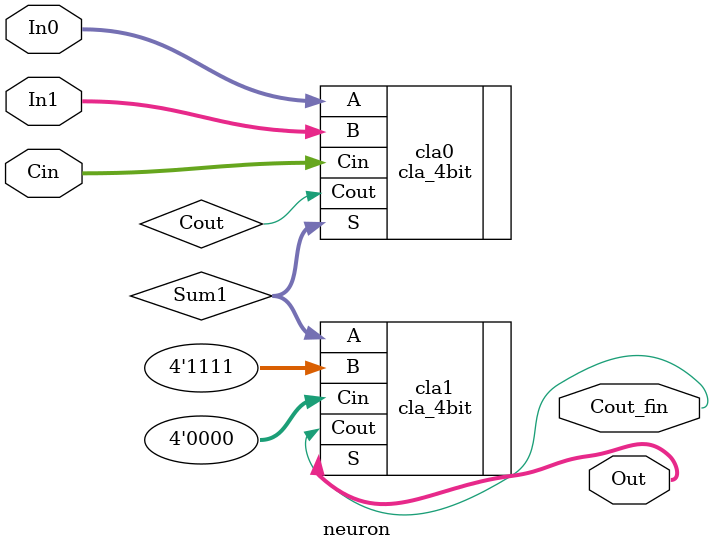
<source format=v>
module neuron(In0, In1, Cin, Out, Cout_fin);
input [3:0] In0, In1, Cin;
output [3:0] Out;

wire [3:0] Sum1;
wire Cout;
output Cout_fin;

  cla_4bit cla0(.A(In0), .B(In1), .Cin(Cin), .S(Sum1), .Cout(Cout));
  cla_4bit cla1(.A(Sum1), .B(4'b1111), .Cin(4'b0000), .S(Out), .Cout(Cout_fin));

endmodule
</source>
